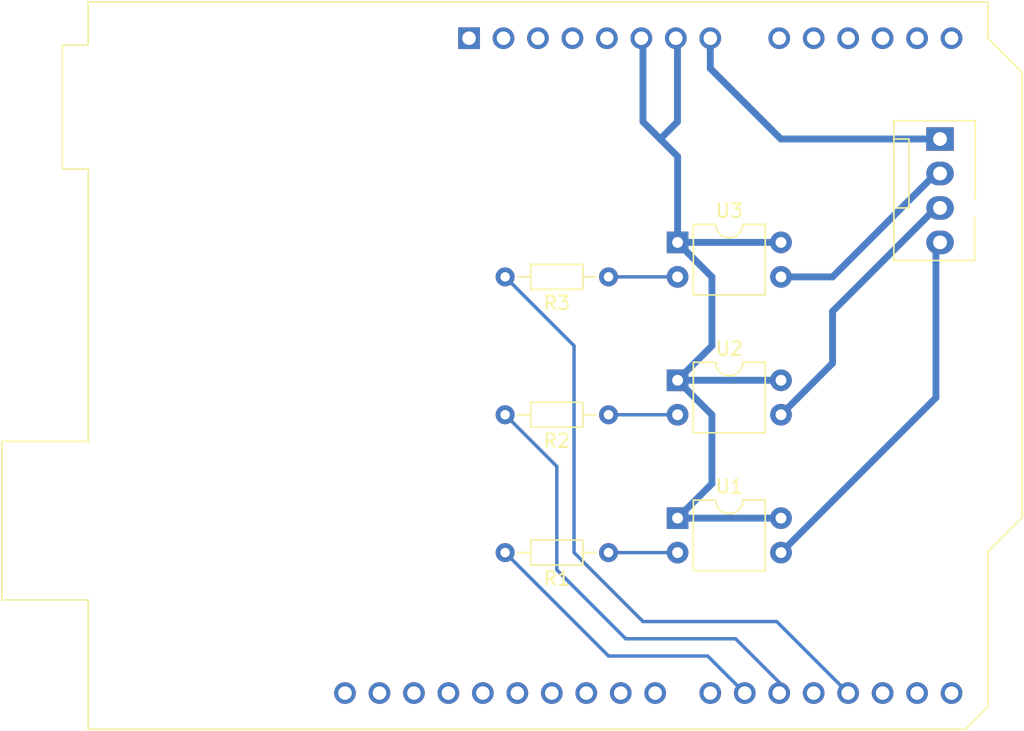
<source format=kicad_pcb>
(kicad_pcb (version 20221018) (generator pcbnew)
  (layers (0 "F.Cu" signal) (31 "B.Cu" signal) (34 "B.Paste" user) (35 "F.Paste" user) (36 "B.SilkS" user "B.Silkscreen") (37 "F.SilkS" user "F.Silkscreen") (38 "B.Mask" user) (39 "F.Mask" user) (44 "Edge.Cuts" user))
  (net 0 "")
  (net 6 "Net-(A1-VIN)")
  (net 15 "Net-(A1-D3)")
  (net 18 "Net-(A1-D5)")
  (net 29 "Net-(R1-Pad1)")
  (net 30 "Net-(R2-Pad1)")
  (net 31 "Net-(R3-Pad1)")
  (net 32 "Net-(A1-D6)")
  (net 33 "Net-(A1-GND-Pad6)")
  (net 35 "Net-(J2-Pin_2)")
  (net 36 "Net-(J2-Pin_3)")
  (net 37 "Net-(J2-Pin_4)")
  (footprint "Package_DIP:DIP-4_W7.62mm" (layer "F.Cu") (at 146.06 104.14)
    (fp_text reference "U1" (at 3.81 -2.33) (layer "F.SilkS"))
    (fp_text value "EL817")
    (fp_line (start 1.16 -1.33) (end 1.16 3.87) (stroke (width 0.12)) (layer "F.SilkS"))
    (fp_line (start 1.16 3.87) (end 6.46 3.87) (stroke (width 0.12)) (layer "F.SilkS"))
    (fp_line (start 2.81 -1.33) (end 1.16 -1.33) (stroke (width 0.12)) (layer "F.SilkS"))
    (fp_line (start 6.46 -1.33) (end 4.81 -1.33) (stroke (width 0.12)) (layer "F.SilkS"))
    (fp_line (start 6.46 3.87) (end 6.46 -1.33) (stroke (width 0.12)) (layer "F.SilkS"))
    (fp_arc (start 4.81 -1.33) (mid 3.81 -0.33) (end 2.81 -1.33) (stroke (width 0.12)) (layer "F.SilkS"))
    (pad "1" thru_hole rect (at 0 0) (size 1.6 1.6) (drill 0.8) (layers "*.Cu" "*.Mask") (net 33 "Net-(A1-GND-Pad6)"))
    (pad "2" thru_hole oval (at 0 2.54) (size 1.6 1.6) (drill 0.8) (layers "*.Cu" "*.Mask") (net 29 "Net-(R1-Pad1)"))
    (pad "3" thru_hole oval (at 7.62 2.54) (size 1.6 1.6) (drill 0.8) (layers "*.Cu" "*.Mask") (net 37 "Net-(J2-Pin_4)"))
    (pad "4" thru_hole oval (at 7.62 0) (size 1.6 1.6) (drill 0.8) (layers "*.Cu" "*.Mask") (net 33 "Net-(A1-GND-Pad6)"))
  )
  (footprint "Package_DIP:DIP-4_W7.62mm" (layer "F.Cu") (at 146.06 93.98)
    (fp_text reference "U2" (at 3.81 -2.33) (layer "F.SilkS"))
    (fp_text value "EL817")
    (fp_line (start 1.16 -1.33) (end 1.16 3.87) (stroke (width 0.12)) (layer "F.SilkS"))
    (fp_line (start 1.16 3.87) (end 6.46 3.87) (stroke (width 0.12)) (layer "F.SilkS"))
    (fp_line (start 2.81 -1.33) (end 1.16 -1.33) (stroke (width 0.12)) (layer "F.SilkS"))
    (fp_line (start 6.46 -1.33) (end 4.81 -1.33) (stroke (width 0.12)) (layer "F.SilkS"))
    (fp_line (start 6.46 3.87) (end 6.46 -1.33) (stroke (width 0.12)) (layer "F.SilkS"))
    (fp_arc (start 4.81 -1.33) (mid 3.81 -0.33) (end 2.81 -1.33) (stroke (width 0.12)) (layer "F.SilkS"))
    (pad "1" thru_hole rect (at 0 0) (size 1.6 1.6) (drill 0.8) (layers "*.Cu" "*.Mask") (net 33 "Net-(A1-GND-Pad6)"))
    (pad "2" thru_hole oval (at 0 2.54) (size 1.6 1.6) (drill 0.8) (layers "*.Cu" "*.Mask") (net 30 "Net-(R2-Pad1)"))
    (pad "3" thru_hole oval (at 7.62 2.54) (size 1.6 1.6) (drill 0.8) (layers "*.Cu" "*.Mask") (net 36 "Net-(J2-Pin_3)"))
    (pad "4" thru_hole oval (at 7.62 0) (size 1.6 1.6) (drill 0.8) (layers "*.Cu" "*.Mask") (net 33 "Net-(A1-GND-Pad6)"))
  )
  (footprint "Resistor_THT:R_Axial_DIN0204_L3.6mm_D1.6mm_P7.62mm_Horizontal" (layer "F.Cu") (at 140.97 86.36 180)
    (fp_text reference "R3" (at 3.81 -1.92) (layer "F.SilkS"))
    (fp_text value "R_US")
    (fp_line (start 0.94 0) (end 1.89 0) (stroke (width 0.12)) (layer "F.SilkS"))
    (fp_line (start 1.89 -0.92) (end 1.89 0.92) (stroke (width 0.12)) (layer "F.SilkS"))
    (fp_line (start 1.89 0.92) (end 5.73 0.92) (stroke (width 0.12)) (layer "F.SilkS"))
    (fp_line (start 5.73 -0.92) (end 1.89 -0.92) (stroke (width 0.12)) (layer "F.SilkS"))
    (fp_line (start 5.73 0.92) (end 5.73 -0.92) (stroke (width 0.12)) (layer "F.SilkS"))
    (fp_line (start 6.68 0) (end 5.73 0) (stroke (width 0.12)) (layer "F.SilkS"))
    (pad "1" thru_hole circle (at 0 0 180) (size 1.4 1.4) (drill 0.7) (layers "*.Cu" "*.Mask") (net 31 "Net-(R3-Pad1)"))
    (pad "2" thru_hole oval (at 7.62 0 180) (size 1.4 1.4) (drill 0.7) (layers "*.Cu" "*.Mask") (net 15 "Net-(A1-D3)"))
  )
  (footprint "Connector:FanPinHeader_1x04_P2.54mm_Vertical" (layer "F.Cu") (at 165.4 76.2 -90)
    (fp_text reference "J2" hide)
    (fp_text value "Conn_01x04_Pin")
    (fp_line (start -1.35 -2.6) (end 4.4 -2.6) (stroke (width 0.12)) (layer "F.SilkS"))
    (fp_line (start -1.35 3.4) (end -1.35 -2.6) (stroke (width 0.12)) (layer "F.SilkS"))
    (fp_line (start 0 2.29) (end 5.08 2.29) (stroke (width 0.12)) (layer "F.SilkS"))
    (fp_line (start 0 3.3) (end 0 2.29) (stroke (width 0.12)) (layer "F.SilkS"))
    (fp_line (start 5.08 2.29) (end 5.08 3.3) (stroke (width 0.12)) (layer "F.SilkS"))
    (fp_line (start 5.75 -2.55) (end 8.95 -2.55) (stroke (width 0.12)) (layer "F.SilkS"))
    (fp_line (start 8.95 -2.55) (end 8.95 3.4) (stroke (width 0.12)) (layer "F.SilkS"))
    (fp_line (start 8.95 3.4) (end -1.35 3.4) (stroke (width 0.12)) (layer "F.SilkS"))
    (pad "1" thru_hole rect (at 0 0) (size 2.03 1.73) (drill 1.02) (layers "*.Cu" "*.Mask") (net 6 "Net-(A1-VIN)"))
    (pad "2" thru_hole oval (at 2.54 0) (size 2.03 1.73) (drill 1.02) (layers "*.Cu" "*.Mask") (net 35 "Net-(J2-Pin_2)"))
    (pad "3" thru_hole oval (at 5.08 0) (size 2.03 1.73) (drill 1.02) (layers "*.Cu" "*.Mask") (net 36 "Net-(J2-Pin_3)"))
    (pad "4" thru_hole oval (at 7.62 0) (size 2.03 1.73) (drill 1.02) (layers "*.Cu" "*.Mask") (net 37 "Net-(J2-Pin_4)"))
  )
  (footprint "Package_DIP:DIP-4_W7.62mm" (layer "F.Cu") (at 146.06 83.82)
    (fp_text reference "U3" (at 3.81 -2.33) (layer "F.SilkS"))
    (fp_text value "EL817")
    (fp_line (start 1.16 -1.33) (end 1.16 3.87) (stroke (width 0.12)) (layer "F.SilkS"))
    (fp_line (start 1.16 3.87) (end 6.46 3.87) (stroke (width 0.12)) (layer "F.SilkS"))
    (fp_line (start 2.81 -1.33) (end 1.16 -1.33) (stroke (width 0.12)) (layer "F.SilkS"))
    (fp_line (start 6.46 -1.33) (end 4.81 -1.33) (stroke (width 0.12)) (layer "F.SilkS"))
    (fp_line (start 6.46 3.87) (end 6.46 -1.33) (stroke (width 0.12)) (layer "F.SilkS"))
    (fp_arc (start 4.81 -1.33) (mid 3.81 -0.33) (end 2.81 -1.33) (stroke (width 0.12)) (layer "F.SilkS"))
    (pad "1" thru_hole rect (at 0 0) (size 1.6 1.6) (drill 0.8) (layers "*.Cu" "*.Mask") (net 33 "Net-(A1-GND-Pad6)"))
    (pad "2" thru_hole oval (at 0 2.54) (size 1.6 1.6) (drill 0.8) (layers "*.Cu" "*.Mask") (net 31 "Net-(R3-Pad1)"))
    (pad "3" thru_hole oval (at 7.62 2.54) (size 1.6 1.6) (drill 0.8) (layers "*.Cu" "*.Mask") (net 35 "Net-(J2-Pin_2)"))
    (pad "4" thru_hole oval (at 7.62 0) (size 1.6 1.6) (drill 0.8) (layers "*.Cu" "*.Mask") (net 33 "Net-(A1-GND-Pad6)"))
  )
  (footprint "Resistor_THT:R_Axial_DIN0204_L3.6mm_D1.6mm_P7.62mm_Horizontal" (layer "F.Cu") (at 140.97 96.52 180)
    (fp_text reference "R2" (at 3.81 -1.92) (layer "F.SilkS"))
    (fp_text value "R_US")
    (fp_line (start 0.94 0) (end 1.89 0) (stroke (width 0.12)) (layer "F.SilkS"))
    (fp_line (start 1.89 -0.92) (end 1.89 0.92) (stroke (width 0.12)) (layer "F.SilkS"))
    (fp_line (start 1.89 0.92) (end 5.73 0.92) (stroke (width 0.12)) (layer "F.SilkS"))
    (fp_line (start 5.73 -0.92) (end 1.89 -0.92) (stroke (width 0.12)) (layer "F.SilkS"))
    (fp_line (start 5.73 0.92) (end 5.73 -0.92) (stroke (width 0.12)) (layer "F.SilkS"))
    (fp_line (start 6.68 0) (end 5.73 0) (stroke (width 0.12)) (layer "F.SilkS"))
    (pad "1" thru_hole circle (at 0 0 180) (size 1.4 1.4) (drill 0.7) (layers "*.Cu" "*.Mask") (net 30 "Net-(R2-Pad1)"))
    (pad "2" thru_hole oval (at 7.62 0 180) (size 1.4 1.4) (drill 0.7) (layers "*.Cu" "*.Mask") (net 18 "Net-(A1-D5)"))
  )
  (footprint "Resistor_THT:R_Axial_DIN0204_L3.6mm_D1.6mm_P7.62mm_Horizontal" (layer "F.Cu") (at 140.97 106.68 180)
    (fp_text reference "R1" (at 3.81 -1.92) (layer "F.SilkS"))
    (fp_text value "R_US")
    (fp_line (start 0.94 0) (end 1.89 0) (stroke (width 0.12)) (layer "F.SilkS"))
    (fp_line (start 1.89 -0.92) (end 1.89 0.92) (stroke (width 0.12)) (layer "F.SilkS"))
    (fp_line (start 1.89 0.92) (end 5.73 0.92) (stroke (width 0.12)) (layer "F.SilkS"))
    (fp_line (start 5.73 -0.92) (end 1.89 -0.92) (stroke (width 0.12)) (layer "F.SilkS"))
    (fp_line (start 5.73 0.92) (end 5.73 -0.92) (stroke (width 0.12)) (layer "F.SilkS"))
    (fp_line (start 6.68 0) (end 5.73 0) (stroke (width 0.12)) (layer "F.SilkS"))
    (pad "1" thru_hole circle (at 0 0 180) (size 1.4 1.4) (drill 0.7) (layers "*.Cu" "*.Mask") (net 29 "Net-(R1-Pad1)"))
    (pad "2" thru_hole oval (at 7.62 0 180) (size 1.4 1.4) (drill 0.7) (layers "*.Cu" "*.Mask") (net 32 "Net-(A1-D6)"))
  )
  (footprint "Module:Arduino_UNO_R3" (layer "F.Cu") (at 130.69 68.77)
    (fp_text reference "A1" hide)
    (fp_text value "Arduino_UNO_R3")
    (fp_line (start -34.42 29.72) (end -34.42 41.4) (stroke (width 0.12)) (layer "F.SilkS"))
    (fp_line (start -34.42 41.4) (end -28.07 41.4) (stroke (width 0.12)) (layer "F.SilkS"))
    (fp_line (start -29.97 0.51) (end -29.97 9.65) (stroke (width 0.12)) (layer "F.SilkS"))
    (fp_line (start -29.97 9.65) (end -28.07 9.65) (stroke (width 0.12)) (layer "F.SilkS"))
    (fp_line (start -28.07 -2.67) (end -28.07 0.51) (stroke (width 0.12)) (layer "F.SilkS"))
    (fp_line (start -28.07 0.51) (end -29.97 0.51) (stroke (width 0.12)) (layer "F.SilkS"))
    (fp_line (start -28.07 9.65) (end -28.07 29.72) (stroke (width 0.12)) (layer "F.SilkS"))
    (fp_line (start -28.07 29.72) (end -34.42 29.72) (stroke (width 0.12)) (layer "F.SilkS"))
    (fp_line (start -28.07 41.4) (end -28.07 50.93) (stroke (width 0.12)) (layer "F.SilkS"))
    (fp_line (start -28.07 50.93) (end 36.58 50.93) (stroke (width 0.12)) (layer "F.SilkS"))
    (fp_line (start 36.58 50.93) (end 38.23 49.28) (stroke (width 0.12)) (layer "F.SilkS"))
    (fp_line (start 38.23 -2.67) (end -28.07 -2.67) (stroke (width 0.12)) (layer "F.SilkS"))
    (fp_line (start 38.23 0) (end 38.23 -2.67) (stroke (width 0.12)) (layer "F.SilkS"))
    (fp_line (start 38.23 37.85) (end 40.77 35.31) (stroke (width 0.12)) (layer "F.SilkS"))
    (fp_line (start 38.23 49.28) (end 38.23 37.85) (stroke (width 0.12)) (layer "F.SilkS"))
    (fp_line (start 40.77 2.54) (end 38.23 0) (stroke (width 0.12)) (layer "F.SilkS"))
    (fp_line (start 40.77 35.31) (end 40.77 2.54) (stroke (width 0.12)) (layer "F.SilkS"))
    (pad "1" thru_hole rect (at 0 0 90) (size 1.6 1.6) (drill 1) (layers "*.Cu" "*.Mask"))
    (pad "2" thru_hole oval (at 2.54 0 90) (size 1.6 1.6) (drill 1) (layers "*.Cu" "*.Mask"))
    (pad "3" thru_hole oval (at 5.08 0 90) (size 1.6 1.6) (drill 1) (layers "*.Cu" "*.Mask"))
    (pad "4" thru_hole oval (at 7.62 0 90) (size 1.6 1.6) (drill 1) (layers "*.Cu" "*.Mask"))
    (pad "5" thru_hole oval (at 10.16 0 90) (size 1.6 1.6) (drill 1) (layers "*.Cu" "*.Mask"))
    (pad "6" thru_hole oval (at 12.7 0 90) (size 1.6 1.6) (drill 1) (layers "*.Cu" "*.Mask") (net 33 "Net-(A1-GND-Pad6)"))
    (pad "7" thru_hole oval (at 15.24 0 90) (size 1.6 1.6) (drill 1) (layers "*.Cu" "*.Mask") (net 33 "Net-(A1-GND-Pad6)"))
    (pad "8" thru_hole oval (at 17.78 0 90) (size 1.6 1.6) (drill 1) (layers "*.Cu" "*.Mask") (net 6 "Net-(A1-VIN)"))
    (pad "9" thru_hole oval (at 22.86 0 90) (size 1.6 1.6) (drill 1) (layers "*.Cu" "*.Mask"))
    (pad "10" thru_hole oval (at 25.4 0 90) (size 1.6 1.6) (drill 1) (layers "*.Cu" "*.Mask"))
    (pad "11" thru_hole oval (at 27.94 0 90) (size 1.6 1.6) (drill 1) (layers "*.Cu" "*.Mask"))
    (pad "12" thru_hole oval (at 30.48 0 90) (size 1.6 1.6) (drill 1) (layers "*.Cu" "*.Mask"))
    (pad "13" thru_hole oval (at 33.02 0 90) (size 1.6 1.6) (drill 1) (layers "*.Cu" "*.Mask"))
    (pad "14" thru_hole oval (at 35.56 0 90) (size 1.6 1.6) (drill 1) (layers "*.Cu" "*.Mask"))
    (pad "15" thru_hole oval (at 35.56 48.26 90) (size 1.6 1.6) (drill 1) (layers "*.Cu" "*.Mask"))
    (pad "16" thru_hole oval (at 33.02 48.26 90) (size 1.6 1.6) (drill 1) (layers "*.Cu" "*.Mask"))
    (pad "17" thru_hole oval (at 30.48 48.26 90) (size 1.6 1.6) (drill 1) (layers "*.Cu" "*.Mask"))
    (pad "18" thru_hole oval (at 27.94 48.26 90) (size 1.6 1.6) (drill 1) (layers "*.Cu" "*.Mask") (net 15 "Net-(A1-D3)"))
    (pad "19" thru_hole oval (at 25.4 48.26 90) (size 1.6 1.6) (drill 1) (layers "*.Cu" "*.Mask"))
    (pad "20" thru_hole oval (at 22.86 48.26 90) (size 1.6 1.6) (drill 1) (layers "*.Cu" "*.Mask") (net 18 "Net-(A1-D5)"))
    (pad "21" thru_hole oval (at 20.32 48.26 90) (size 1.6 1.6) (drill 1) (layers "*.Cu" "*.Mask") (net 32 "Net-(A1-D6)"))
    (pad "22" thru_hole oval (at 17.78 48.26 90) (size 1.6 1.6) (drill 1) (layers "*.Cu" "*.Mask"))
    (pad "23" thru_hole oval (at 13.72 48.26 90) (size 1.6 1.6) (drill 1) (layers "*.Cu" "*.Mask"))
    (pad "24" thru_hole oval (at 11.18 48.26 90) (size 1.6 1.6) (drill 1) (layers "*.Cu" "*.Mask"))
    (pad "25" thru_hole oval (at 8.64 48.26 90) (size 1.6 1.6) (drill 1) (layers "*.Cu" "*.Mask"))
    (pad "26" thru_hole oval (at 6.1 48.26 90) (size 1.6 1.6) (drill 1) (layers "*.Cu" "*.Mask"))
    (pad "27" thru_hole oval (at 3.56 48.26 90) (size 1.6 1.6) (drill 1) (layers "*.Cu" "*.Mask"))
    (pad "28" thru_hole oval (at 1.02 48.26 90) (size 1.6 1.6) (drill 1) (layers "*.Cu" "*.Mask"))
    (pad "29" thru_hole oval (at -1.52 48.26 90) (size 1.6 1.6) (drill 1) (layers "*.Cu" "*.Mask"))
    (pad "30" thru_hole oval (at -4.06 48.26 90) (size 1.6 1.6) (drill 1) (layers "*.Cu" "*.Mask"))
    (pad "31" thru_hole oval (at -6.6 48.26 90) (size 1.6 1.6) (drill 1) (layers "*.Cu" "*.Mask"))
    (pad "32" thru_hole oval (at -9.14 48.26 90) (size 1.6 1.6) (drill 1) (layers "*.Cu" "*.Mask"))
  )
  (segment (start 148.47 71) (end 148.47 68.77) (width 0.508) (layer "B.Cu") (net 6))
  (segment (start 148.47 71) (end 153.67 76.2) (width 0.508) (layer "B.Cu") (net 6))
  (segment (start 153.67 76.2) (end 165.4 76.2) (width 0.508) (layer "B.Cu") (net 6))
  (segment (start 153.36 111.76) (end 143.51 111.76) (width 0.254) (layer "B.Cu") (net 15))
  (segment (start 143.51 111.76) (end 138.43 106.68) (width 0.254) (layer "B.Cu") (net 15))
  (segment (start 158.63 117.03) (end 153.36 111.76) (width 0.254) (layer "B.Cu") (net 15))
  (segment (start 138.43 91.44) (end 133.35 86.36) (width 0.254) (layer "B.Cu") (net 15))
  (segment (start 138.43 106.68) (end 138.43 91.44) (width 0.254) (layer "B.Cu") (net 15))
  (segment (start 133.35 96.52) (end 137.16 100.33) (width 0.254) (layer "B.Cu") (net 18))
  (segment (start 137.16 100.33) (end 137.16 107.95) (width 0.254) (layer "B.Cu") (net 18))
  (segment (start 153.55 116.24) (end 153.55 117.03) (width 0.25) (layer "B.Cu") (net 18))
  (segment (start 137.16 107.95) (end 142.24 113.03) (width 0.254) (layer "B.Cu") (net 18))
  (segment (start 150.34 113.03) (end 153.55 116.24) (width 0.254) (layer "B.Cu") (net 18))
  (segment (start 142.24 113.03) (end 150.34 113.03) (width 0.254) (layer "B.Cu") (net 18))
  (segment (start 140.97 106.68) (end 146.06 106.68) (width 0.254) (layer "B.Cu") (net 29))
  (segment (start 140.97 96.52) (end 146.06 96.52) (width 0.254) (layer "B.Cu") (net 30))
  (segment (start 140.97 86.36) (end 146.06 86.36) (width 0.254) (layer "B.Cu") (net 31))
  (segment (start 140.97 114.3) (end 133.35 106.68) (width 0.254) (layer "B.Cu") (net 32))
  (segment (start 151.01 117.03) (end 148.28 114.3) (width 0.254) (layer "B.Cu") (net 32))
  (segment (start 148.28 114.3) (end 140.97 114.3) (width 0.254) (layer "B.Cu") (net 32))
  (segment (start 148.59 91.44) (end 146.06 93.97) (width 0.508) (layer "B.Cu") (net 33))
  (segment (start 146.06 104.14) (end 153.68 104.14) (width 0.508) (layer "B.Cu") (net 33))
  (segment (start 146.06 93.97) (end 146.06 93.98) (width 0.25) (layer "B.Cu") (net 33))
  (segment (start 146.06 83.82) (end 146.06 83.83) (width 0.508) (layer "B.Cu") (net 33))
  (segment (start 143.39 68.77) (end 143.51 68.89) (width 0.508) (layer "B.Cu") (net 33))
  (segment (start 146.06 83.83) (end 148.59 86.36) (width 0.508) (layer "B.Cu") (net 33))
  (segment (start 143.51 68.89) (end 143.51 74.93) (width 0.508) (layer "B.Cu") (net 33))
  (segment (start 146.06 93.99) (end 148.59 96.52) (width 0.508) (layer "B.Cu") (net 33))
  (segment (start 143.51 74.93) (end 144.78 76.2) (width 0.508) (layer "B.Cu") (net 33))
  (segment (start 144.78 76.2) (end 146.06 77.48) (width 0.508) (layer "B.Cu") (net 33))
  (segment (start 148.59 86.36) (end 148.59 91.44) (width 0.508) (layer "B.Cu") (net 33))
  (segment (start 146.06 83.82) (end 153.68 83.82) (width 0.508) (layer "B.Cu") (net 33))
  (segment (start 146.06 93.98) (end 146.06 93.99) (width 0.25) (layer "B.Cu") (net 33))
  (segment (start 146.05 68.89) (end 146.05 74.93) (width 0.508) (layer "B.Cu") (net 33))
  (segment (start 148.59 96.52) (end 148.59 101.6) (width 0.508) (layer "B.Cu") (net 33))
  (segment (start 146.05 74.93) (end 144.78 76.2) (width 0.508) (layer "B.Cu") (net 33))
  (segment (start 146.06 104.13) (end 146.06 104.14) (width 0.25) (layer "B.Cu") (net 33))
  (segment (start 145.93 68.77) (end 146.05 68.89) (width 0.508) (layer "B.Cu") (net 33))
  (segment (start 146.06 93.98) (end 153.68 93.98) (width 0.508) (layer "B.Cu") (net 33))
  (segment (start 148.59 101.6) (end 146.06 104.13) (width 0.508) (layer "B.Cu") (net 33))
  (segment (start 146.06 77.48) (end 146.06 83.82) (width 0.508) (layer "B.Cu") (net 33))
  (segment (start 165.4 78.74) (end 165.1 78.74) (width 0.25) (layer "B.Cu") (net 35))
  (segment (start 165.1 78.74) (end 157.48 86.36) (width 0.508) (layer "B.Cu") (net 35))
  (segment (start 157.48 86.36) (end 153.68 86.36) (width 0.508) (layer "B.Cu") (net 35))
  (segment (start 153.68 96.52) (end 153.68 96.5125) (width 0.508) (layer "B.Cu") (net 36))
  (segment (start 157.48 92.72) (end 153.68 96.52) (width 0.508) (layer "B.Cu") (net 36))
  (segment (start 165.4 81.28) (end 165.1 81.28) (width 0.25) (layer "B.Cu") (net 36))
  (segment (start 165.1 81.28) (end 157.48 88.9) (width 0.508) (layer "B.Cu") (net 36))
  (segment (start 157.48 88.9) (end 157.48 92.72) (width 0.508) (layer "B.Cu") (net 36))
  (segment (start 165.4 83.82) (end 165.1 84.12) (width 0.25) (layer "B.Cu") (net 37))
  (segment (start 165.1 84.12) (end 165.1 95.26) (width 0.508) (layer "B.Cu") (net 37))
  (segment (start 165.1 95.26) (end 153.68 106.68) (width 0.508) (layer "B.Cu") (net 37))
)
</source>
